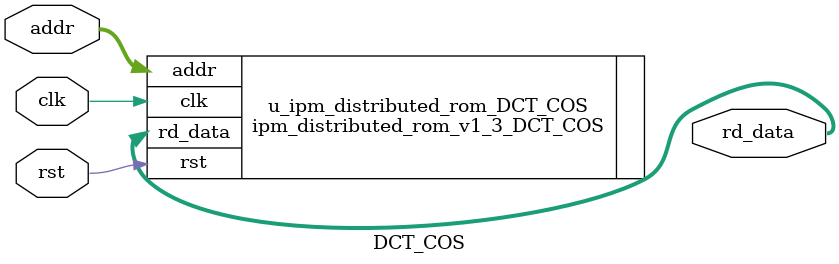
<source format=v>


`timescale 1 ns / 1 ps
module DCT_COS
    (
     addr        ,
     rst         ,
     clk         ,
     rd_data
    );

    localparam ADDR_WIDTH = 9 ; //@IPC int 4,10

    localparam DATA_WIDTH = 9 ; //@IPC int 1,256

    localparam RST_TYPE = "ASYNC" ; //@IPC enum ASYNC,SYNC

    localparam OUT_REG = 0 ; //@IPC bool

    localparam INIT_ENABLE = 1 ; //@IPC bool

    localparam INIT_FILE = "D:/PDS_FPGA/Audio_test/ipcore/DCT_COS/rtl/dct_DCT_COS.dat" ; //@IPC string

    localparam FILE_FORMAT = "BIN" ; //@IPC enum BIN,HEX


     output   wire  [DATA_WIDTH-1:0]       rd_data ;
     input    wire  [ADDR_WIDTH-1:0]       addr    ;
     input                                 clk     ;
     input                                 rst     ;

ipm_distributed_rom_v1_3_DCT_COS
   #(
     .ADDR_WIDTH    (ADDR_WIDTH     ), //address width   range:4-10
     .DATA_WIDTH    (DATA_WIDTH     ), //data width      range:4-256
     .RST_TYPE      (RST_TYPE       ), //reset type   "ASYNC_RESET" "SYNC_RESET"
     .OUT_REG       (OUT_REG        ), //output options :non_register(0)  register(1)
     .INIT_FILE     (INIT_FILE      ), //legal value:"NONE" or "initial file name"
     .FILE_FORMAT   (FILE_FORMAT    )  //initial data format : "bin" or "hex"
    )u_ipm_distributed_rom_DCT_COS
    (
     .rd_data       (rd_data        ),
     .addr          (addr           ),
     .clk           (clk            ),
     .rst           (rst            )

    );
endmodule

</source>
